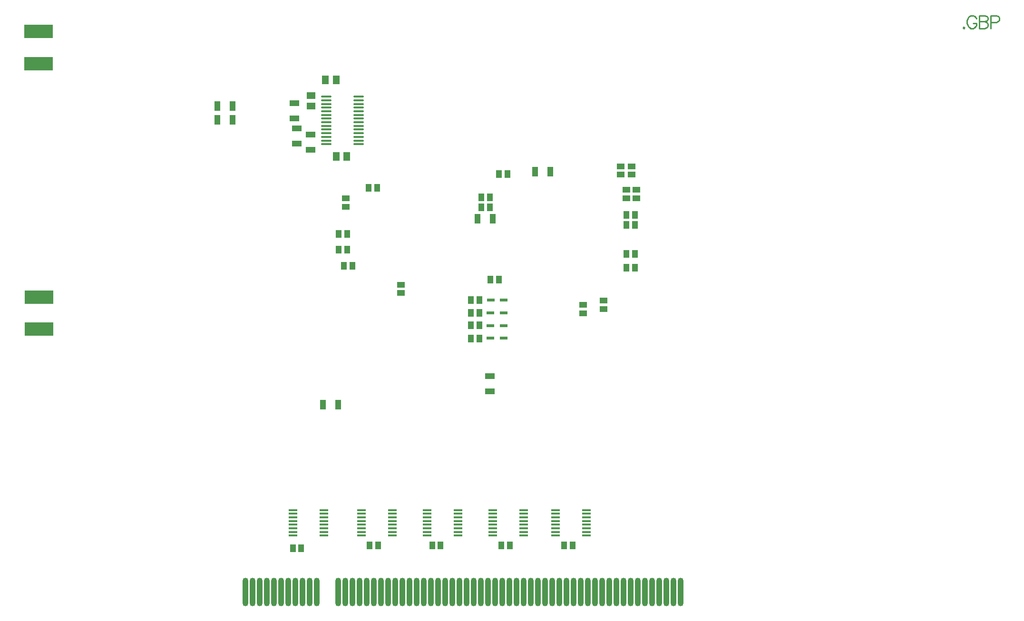
<source format=gbp>
%FSAX25Y25*%
%MOIN*%
G70*
G01*
G75*
G04 Layer_Color=128*
%ADD10R,0.41339X0.33071*%
%ADD11R,0.04134X0.12992*%
%ADD12R,0.05118X0.05906*%
%ADD13R,0.10000X0.15000*%
%ADD14O,0.10000X0.15000*%
%ADD15R,0.20000X0.09500*%
%ADD16R,0.20000X0.04500*%
%ADD17R,0.04331X0.05512*%
%ADD18R,0.05512X0.04331*%
%ADD19R,0.08661X0.07874*%
%ADD20R,0.04331X0.06693*%
%ADD21R,0.01575X0.08465*%
%ADD22R,0.01575X0.08465*%
%ADD23R,0.06693X0.04331*%
%ADD24R,0.07874X0.08661*%
%ADD25R,0.08000X0.07200*%
%ADD26O,0.06500X0.03000*%
%ADD27R,0.06500X0.03000*%
%ADD28O,0.04000X0.20000*%
%ADD29R,0.01181X0.03169*%
%ADD30R,0.03169X0.01181*%
%ADD31R,0.26378X0.26378*%
%ADD32R,0.06496X0.01181*%
%ADD33R,0.33071X0.41339*%
%ADD34R,0.12992X0.04134*%
%ADD35R,0.04331X0.02559*%
%ADD36O,0.07480X0.02362*%
%ADD37C,0.01969*%
%ADD38O,0.02362X0.08661*%
%ADD39R,0.10236X0.05906*%
%ADD40R,0.04000X0.16000*%
%ADD41R,0.16000X0.04000*%
%ADD42R,0.05906X0.05118*%
%ADD43O,0.03150X0.00984*%
%ADD44O,0.00984X0.03150*%
%ADD45R,0.10236X0.10236*%
%ADD46C,0.03543*%
%ADD47C,0.00500*%
%ADD48C,0.03150*%
%ADD49C,0.00787*%
%ADD50C,0.01000*%
%ADD51C,0.01181*%
%ADD52C,0.01969*%
%ADD53C,0.03937*%
%ADD54C,0.02362*%
%ADD55C,0.01575*%
%ADD56C,0.00900*%
%ADD57R,0.11909X0.03543*%
%ADD58R,0.09843X0.09843*%
%ADD59C,0.09843*%
%ADD60R,0.05906X0.05906*%
%ADD61C,0.05906*%
%ADD62C,0.05000*%
%ADD63C,0.14961*%
%ADD64C,0.06299*%
%ADD65R,0.06299X0.06299*%
%ADD66C,0.02598*%
%ADD67C,0.03150*%
%ADD68R,0.05709X0.02165*%
%ADD69O,0.07874X0.01378*%
%ADD70C,0.00984*%
%ADD71C,0.00394*%
%ADD72C,0.00600*%
%ADD73C,0.00720*%
%ADD74C,0.00800*%
%ADD75C,0.00300*%
%ADD76R,0.00100X0.00100*%
%ADD77R,3.15000X0.30000*%
%ADD78R,0.42139X0.33871*%
%ADD79R,0.04934X0.13792*%
%ADD80R,0.05918X0.06706*%
%ADD81R,0.10800X0.15800*%
%ADD82O,0.10800X0.15800*%
%ADD83R,0.20800X0.10300*%
%ADD84R,0.20800X0.05300*%
%ADD85R,0.05131X0.06312*%
%ADD86R,0.06312X0.05131*%
%ADD87R,0.09461X0.08674*%
%ADD88R,0.05131X0.07493*%
%ADD89R,0.02375X0.09265*%
%ADD90R,0.02375X0.09265*%
%ADD91R,0.07493X0.05131*%
%ADD92R,0.08674X0.09461*%
%ADD93R,0.08800X0.08000*%
%ADD94O,0.07300X0.03800*%
%ADD95R,0.07300X0.03800*%
%ADD96O,0.04800X0.20800*%
%ADD97R,0.01981X0.03969*%
%ADD98R,0.03969X0.01981*%
%ADD99R,0.27178X0.27178*%
%ADD100R,0.07296X0.01981*%
%ADD101R,0.33871X0.42139*%
%ADD102R,0.13792X0.04934*%
%ADD103R,0.05131X0.03359*%
%ADD104O,0.08280X0.03162*%
%ADD105C,0.02769*%
%ADD106O,0.03162X0.09461*%
%ADD107R,0.11036X0.06706*%
%ADD108R,0.04800X0.16800*%
%ADD109R,0.16800X0.04800*%
%ADD110R,0.06706X0.05918*%
%ADD111O,0.03950X0.01784*%
%ADD112O,0.01784X0.03950*%
%ADD113R,0.11036X0.11036*%
%ADD114R,0.10642X0.10642*%
%ADD115C,0.10642*%
%ADD116R,0.06706X0.06706*%
%ADD117C,0.06706*%
%ADD118C,0.05800*%
%ADD119C,0.15761*%
%ADD120C,0.07099*%
%ADD121R,0.07099X0.07099*%
%ADD122C,0.03950*%
%ADD123R,0.06509X0.02965*%
%ADD124O,0.08674X0.02178*%
%ADD125C,0.03398*%
D12*
X0190354Y0357382D02*
D03*
X0197835D02*
D03*
X0205315Y0303839D02*
D03*
X0197835D02*
D03*
D15*
X-0010591Y0391398D02*
D03*
Y0368878D02*
D03*
X-0010197Y0205177D02*
D03*
Y0182658D02*
D03*
D17*
X0306102Y0217618D02*
D03*
X0312008D02*
D03*
X0298228Y0203051D02*
D03*
X0292323D02*
D03*
X0298228Y0193996D02*
D03*
X0292323D02*
D03*
X0298228Y0185335D02*
D03*
X0292323D02*
D03*
X0298228Y0176279D02*
D03*
X0292323D02*
D03*
X0407283Y0225886D02*
D03*
X0401378D02*
D03*
X0407283Y0235335D02*
D03*
X0401378D02*
D03*
X0407283Y0262894D02*
D03*
X0401378D02*
D03*
X0299803Y0268012D02*
D03*
X0305709D02*
D03*
X0209252Y0227067D02*
D03*
X0203346D02*
D03*
X0363583Y0031004D02*
D03*
X0357677D02*
D03*
X0319488D02*
D03*
X0313583D02*
D03*
X0271063D02*
D03*
X0265158D02*
D03*
X0227362D02*
D03*
X0221457D02*
D03*
X0173425Y0029035D02*
D03*
X0167520D02*
D03*
X0226575Y0281791D02*
D03*
X0220669D02*
D03*
X0205709Y0249508D02*
D03*
X0199803D02*
D03*
X0205709Y0238484D02*
D03*
X0199803D02*
D03*
X0299803Y0275098D02*
D03*
X0305709D02*
D03*
X0312008Y0291634D02*
D03*
X0317913D02*
D03*
X0407283Y0255807D02*
D03*
X0401378D02*
D03*
D18*
X0385433Y0196949D02*
D03*
Y0202854D02*
D03*
X0408268Y0280413D02*
D03*
Y0274508D02*
D03*
X0397244Y0296949D02*
D03*
Y0291043D02*
D03*
X0405118Y0296949D02*
D03*
Y0291043D02*
D03*
X0401181Y0274508D02*
D03*
Y0280413D02*
D03*
X0370866Y0199705D02*
D03*
Y0193799D02*
D03*
X0204724Y0274508D02*
D03*
Y0268602D02*
D03*
X0243307Y0213878D02*
D03*
Y0207972D02*
D03*
D20*
X0347835Y0293209D02*
D03*
X0337205D02*
D03*
X0307677Y0260138D02*
D03*
X0297047D02*
D03*
X0199409Y0129823D02*
D03*
X0188779D02*
D03*
X0114665Y0329331D02*
D03*
X0125295D02*
D03*
X0125394Y0339173D02*
D03*
X0114764D02*
D03*
D23*
X0168504Y0330413D02*
D03*
Y0341043D02*
D03*
X0170472Y0312697D02*
D03*
Y0323327D02*
D03*
X0305512Y0149705D02*
D03*
Y0139075D02*
D03*
X0179921Y0318996D02*
D03*
Y0308366D02*
D03*
D28*
X0439272Y-0001496D02*
D03*
X0434272D02*
D03*
X0429272D02*
D03*
X0424272D02*
D03*
X0419272D02*
D03*
X0414272D02*
D03*
X0409272D02*
D03*
X0404272D02*
D03*
X0399272D02*
D03*
X0394272D02*
D03*
X0389272D02*
D03*
X0384272D02*
D03*
X0379272D02*
D03*
X0374272D02*
D03*
X0369272D02*
D03*
X0364272D02*
D03*
X0359272D02*
D03*
X0354272D02*
D03*
X0349272D02*
D03*
X0344272D02*
D03*
X0339272D02*
D03*
X0334272D02*
D03*
X0329272D02*
D03*
X0324272D02*
D03*
X0319272D02*
D03*
X0314272D02*
D03*
X0309272D02*
D03*
X0304272D02*
D03*
X0299272D02*
D03*
X0294272D02*
D03*
X0289272D02*
D03*
X0284272D02*
D03*
X0279272D02*
D03*
X0274272D02*
D03*
X0269272D02*
D03*
X0264272D02*
D03*
X0259272D02*
D03*
X0254272D02*
D03*
X0249272D02*
D03*
X0244272D02*
D03*
X0239272D02*
D03*
X0234272D02*
D03*
X0229272D02*
D03*
X0224272D02*
D03*
X0219272D02*
D03*
X0214272D02*
D03*
X0209272D02*
D03*
X0204272D02*
D03*
X0199272D02*
D03*
X0184272D02*
D03*
X0179272D02*
D03*
X0174272D02*
D03*
X0169272D02*
D03*
X0164272D02*
D03*
X0159272D02*
D03*
X0154272D02*
D03*
X0149272D02*
D03*
X0144272D02*
D03*
X0139272D02*
D03*
X0134272D02*
D03*
D32*
X0373398Y0055961D02*
D03*
Y0053401D02*
D03*
Y0050842D02*
D03*
Y0048283D02*
D03*
Y0045724D02*
D03*
Y0043165D02*
D03*
Y0040606D02*
D03*
Y0038047D02*
D03*
X0351547Y0055961D02*
D03*
Y0053401D02*
D03*
Y0050842D02*
D03*
Y0048283D02*
D03*
Y0045724D02*
D03*
Y0043165D02*
D03*
Y0040606D02*
D03*
Y0038047D02*
D03*
X0329398Y0055961D02*
D03*
Y0053401D02*
D03*
Y0050842D02*
D03*
Y0048283D02*
D03*
Y0045724D02*
D03*
Y0043165D02*
D03*
Y0040606D02*
D03*
Y0038047D02*
D03*
X0307547Y0055961D02*
D03*
Y0053401D02*
D03*
Y0050842D02*
D03*
Y0048283D02*
D03*
Y0045724D02*
D03*
Y0043165D02*
D03*
Y0040606D02*
D03*
Y0038047D02*
D03*
X0283398Y0055961D02*
D03*
Y0053401D02*
D03*
Y0050842D02*
D03*
Y0048283D02*
D03*
Y0045724D02*
D03*
Y0043165D02*
D03*
Y0040606D02*
D03*
Y0038047D02*
D03*
X0261547Y0055961D02*
D03*
Y0053401D02*
D03*
Y0050842D02*
D03*
Y0048283D02*
D03*
Y0045724D02*
D03*
Y0043165D02*
D03*
Y0040606D02*
D03*
Y0038047D02*
D03*
X0237398Y0055961D02*
D03*
Y0053401D02*
D03*
Y0050842D02*
D03*
Y0048283D02*
D03*
Y0045724D02*
D03*
Y0043165D02*
D03*
Y0040606D02*
D03*
Y0038047D02*
D03*
X0215547Y0055961D02*
D03*
Y0053401D02*
D03*
Y0050842D02*
D03*
Y0048283D02*
D03*
Y0045724D02*
D03*
Y0043165D02*
D03*
Y0040606D02*
D03*
Y0038047D02*
D03*
X0189398Y0055961D02*
D03*
Y0053401D02*
D03*
Y0050842D02*
D03*
Y0048283D02*
D03*
Y0045724D02*
D03*
Y0043165D02*
D03*
Y0040606D02*
D03*
Y0038047D02*
D03*
X0167547Y0055961D02*
D03*
Y0053401D02*
D03*
Y0050842D02*
D03*
Y0048283D02*
D03*
Y0045724D02*
D03*
Y0043165D02*
D03*
Y0040606D02*
D03*
Y0038047D02*
D03*
D42*
X0180315Y0346555D02*
D03*
Y0339075D02*
D03*
D56*
X0637732Y0394459D02*
X0637303Y0394031D01*
X0637732Y0393602D01*
X0638160Y0394031D01*
X0637732Y0394459D01*
X0646558Y0400458D02*
X0646130Y0401315D01*
X0645273Y0402172D01*
X0644416Y0402600D01*
X0642702D01*
X0641845Y0402172D01*
X0640988Y0401315D01*
X0640560Y0400458D01*
X0640131Y0399173D01*
Y0397030D01*
X0640560Y0395745D01*
X0640988Y0394888D01*
X0641845Y0394031D01*
X0642702Y0393602D01*
X0644416D01*
X0645273Y0394031D01*
X0646130Y0394888D01*
X0646558Y0395745D01*
Y0397030D01*
X0644416D02*
X0646558D01*
X0648615Y0402600D02*
Y0393602D01*
Y0402600D02*
X0652471D01*
X0653757Y0402172D01*
X0654185Y0401744D01*
X0654614Y0400886D01*
Y0400030D01*
X0654185Y0399173D01*
X0653757Y0398744D01*
X0652471Y0398316D01*
X0648615D02*
X0652471D01*
X0653757Y0397887D01*
X0654185Y0397459D01*
X0654614Y0396602D01*
Y0395316D01*
X0654185Y0394459D01*
X0653757Y0394031D01*
X0652471Y0393602D01*
X0648615D01*
X0656628Y0397887D02*
X0660484D01*
X0661769Y0398316D01*
X0662198Y0398744D01*
X0662626Y0399601D01*
Y0400886D01*
X0662198Y0401744D01*
X0661769Y0402172D01*
X0660484Y0402600D01*
X0656628D01*
Y0393602D01*
D68*
X0315256Y0176575D02*
D03*
X0306004D02*
D03*
X0315354Y0185138D02*
D03*
X0306102D02*
D03*
X0315354Y0194193D02*
D03*
X0306102D02*
D03*
X0315453Y0203051D02*
D03*
X0306201D02*
D03*
D69*
X0213779Y0345669D02*
D03*
Y0343110D02*
D03*
Y0340551D02*
D03*
Y0337992D02*
D03*
Y0335433D02*
D03*
Y0332874D02*
D03*
Y0330315D02*
D03*
Y0327756D02*
D03*
Y0325197D02*
D03*
Y0322638D02*
D03*
Y0320079D02*
D03*
Y0317520D02*
D03*
Y0314961D02*
D03*
Y0312402D02*
D03*
X0190945Y0345669D02*
D03*
Y0343110D02*
D03*
Y0340551D02*
D03*
Y0337992D02*
D03*
Y0335433D02*
D03*
Y0332874D02*
D03*
Y0330315D02*
D03*
Y0327756D02*
D03*
Y0325197D02*
D03*
Y0322638D02*
D03*
Y0320079D02*
D03*
Y0317520D02*
D03*
Y0314961D02*
D03*
Y0312402D02*
D03*
M02*

</source>
